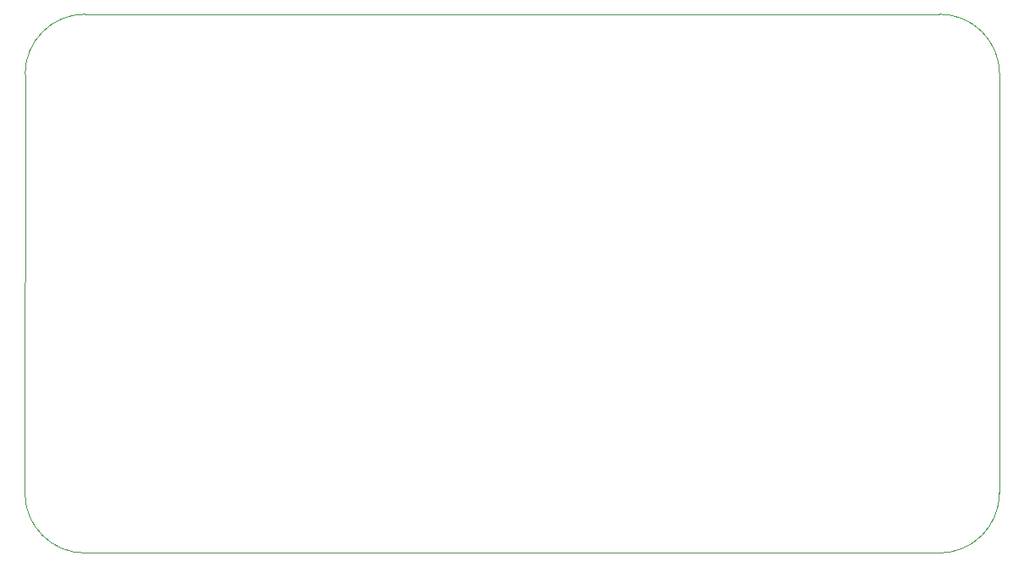
<source format=gm1>
G04 #@! TF.GenerationSoftware,KiCad,Pcbnew,7.0.1*
G04 #@! TF.CreationDate,2025-03-09T11:20:59-05:00*
G04 #@! TF.ProjectId,Shift Register Mosfet Array V3,53686966-7420-4526-9567-697374657220,rev?*
G04 #@! TF.SameCoordinates,Original*
G04 #@! TF.FileFunction,Profile,NP*
%FSLAX46Y46*%
G04 Gerber Fmt 4.6, Leading zero omitted, Abs format (unit mm)*
G04 Created by KiCad (PCBNEW 7.0.1) date 2025-03-09 11:20:59*
%MOMM*%
%LPD*%
G01*
G04 APERTURE LIST*
G04 #@! TA.AperFunction,Profile*
%ADD10C,0.100000*%
G04 #@! TD*
G04 APERTURE END LIST*
D10*
X154000000Y-88996000D02*
X68500000Y-88996000D01*
X160000000Y-94996000D02*
G75*
G03*
X154000000Y-88996000I-6000000J0D01*
G01*
X68500000Y-88996000D02*
G75*
G03*
X62500000Y-94996000I0J-6000000D01*
G01*
X68484000Y-142906000D02*
X153984000Y-142906000D01*
X153984000Y-142906000D02*
G75*
G03*
X159984000Y-136906000I0J6000000D01*
G01*
X62500000Y-94996000D02*
X62484000Y-136906000D01*
X62484000Y-136906000D02*
G75*
G03*
X68484000Y-142906000I6000000J0D01*
G01*
X159984000Y-136906000D02*
X160000000Y-94996000D01*
M02*

</source>
